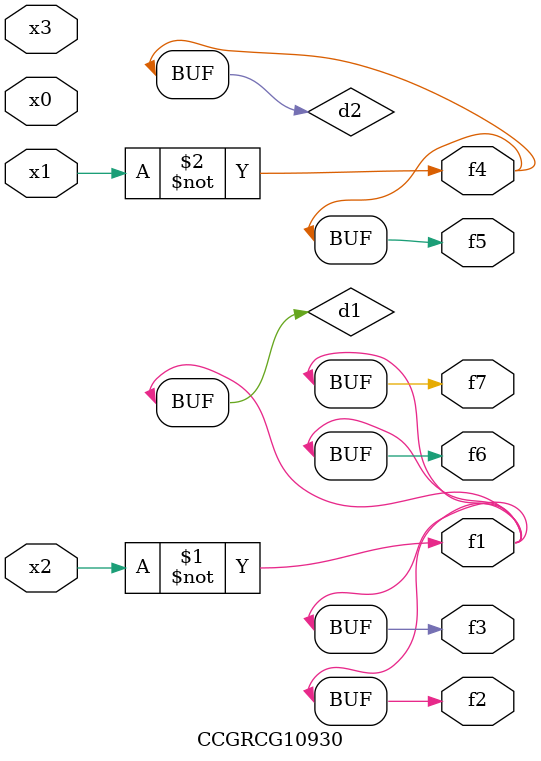
<source format=v>
module CCGRCG10930(
	input x0, x1, x2, x3,
	output f1, f2, f3, f4, f5, f6, f7
);

	wire d1, d2;

	xnor (d1, x2);
	not (d2, x1);
	assign f1 = d1;
	assign f2 = d1;
	assign f3 = d1;
	assign f4 = d2;
	assign f5 = d2;
	assign f6 = d1;
	assign f7 = d1;
endmodule

</source>
